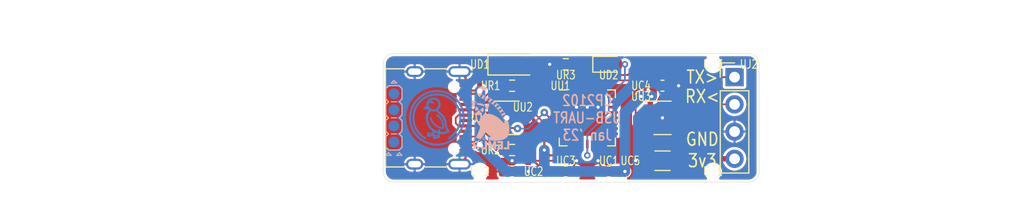
<source format=kicad_pcb>
(kicad_pcb (version 20221018) (generator pcbnew)
  (layers (0 "F.Cu" signal "Front") (31 "B.Cu" signal "Back") (34 "B.Paste" user) (35 "F.Paste" user) (36 "B.SilkS" user "B.Silkscreen") (37 "F.SilkS" user "F.Silkscreen") (38 "B.Mask" user) (39 "F.Mask" user) (44 "Edge.Cuts" user))
  (net 0 "")
  (net 1 "gnd")
  (net 2 "usb_chain_0.d_N")
  (net 3 "vusb")
  (net 4 "usb_chain_0.d_P")
  (net 5 "led.res.a")
  (net 6 "usbconv.nsuspend")
  (net 7 "usbconv.suspend")
  (net 8 "usbconv.uart.tx")
  (net 9 "usbconv.uart.rx")
  (net 10 "usbconv.rts")
  (net 11 "usbconv.ri")
  (net 12 "usbconv.ic.vdd")
  (net 13 "usbconv.dtr")
  (net 14 "usbconv.dsr")
  (net 15 "usbconv.dcd")
  (net 16 "usbconv.cts")
  (net 17 "usb_uart.conn.B5")
  (net 18 "usb_uart.conn.A5")
  (net 19 "v3v3")
  (footprint "Package_TO_SOT_SMD:SOT-23-5" (layer "F.Cu") (at 160 48)
    (fp_text reference "UU3" (at -2 -2) (layer "F.SilkS") (effects (font (size 0.8 0.6) (thickness 0.1))))
    (fp_text value "AP2204K-3.3 (Diodes Incorporated)")
    (pad "1" smd roundrect (at -1.1375 -0.95) (size 1.325 0.6) (layers "F.Cu" "F.Paste" "F.Mask") (net 3 "vusb"))
    (pad "2" smd roundrect (at -1.1375 0) (size 1.325 0.6) (layers "F.Cu" "F.Paste" "F.Mask") (net 1 "gnd"))
    (pad "3" smd roundrect (at -1.1375 0.95) (size 1.325 0.6) (layers "F.Cu" "F.Paste" "F.Mask") (net 3 "vusb"))
    (pad "4" smd roundrect (at 1.1375 0.95) (size 1.325 0.6) (layers "F.Cu" "F.Paste" "F.Mask"))
    (pad "5" smd roundrect (at 1.1375 -0.95) (size 1.325 0.6) (layers "F.Cu" "F.Paste" "F.Mask") (net 19 "v3v3"))
  )
  (footprint "Capacitor_SMD:C_0603_1608Metric" (layer "F.Cu") (at 160 45)
    (fp_text reference "UC4" (at -2 0) (layer "F.SilkS") (effects (font (size 0.8 0.6) (thickness 0.1))))
    (fp_text value "")
    (pad "1" smd roundrect (at -0.775 0) (size 0.9 0.95) (layers "F.Cu" "F.Paste" "F.Mask") (net 3 "vusb"))
    (pad "2" smd roundrect (at 0.775 0) (size 0.9 0.95) (layers "F.Cu" "F.Paste" "F.Mask") (net 1 "gnd"))
  )
  (footprint "Resistor_SMD:R_0603_1608Metric" (layer "F.Cu") (at 146 51 180)
    (fp_text reference "UR2" (at 2 0) (layer "F.SilkS") (effects (font (size 0.8 0.6) (thickness 0.1))))
    (fp_text value "")
    (pad "1" smd roundrect (at -0.825 0 180) (size 0.8 0.95) (layers "F.Cu" "F.Paste" "F.Mask") (net 1 "gnd"))
    (pad "2" smd roundrect (at 0.825 0 180) (size 0.8 0.95) (layers "F.Cu" "F.Paste" "F.Mask") (net 17 "usb_uart.conn.B5"))
  )
  (footprint "Connector_PinHeader_2.54mm:PinHeader_1x04_P2.54mm_Vertical" (layer "F.Cu") (at 166.707107 44.2)
    (fp_text reference "UJ2" (at 1.33 -1.2) (layer "F.SilkS") (effects (font (size 0.8 0.6) (thickness 0.1))))
    (fp_text value "PinHeader2.54 1x4 (Generic)")
    (pad "1" thru_hole rect (at 0 0) (size 1.7 1.7) (drill 1) (layers "*.Cu" "*.Mask") (net 8 "usbconv.uart.tx"))
    (pad "2" thru_hole oval (at 0 2.54) (size 1.7 1.7) (drill 1) (layers "*.Cu" "*.Mask") (net 9 "usbconv.uart.rx"))
    (pad "3" thru_hole oval (at 0 5.08) (size 1.7 1.7) (drill 1) (layers "*.Cu" "*.Mask") (net 1 "gnd"))
    (pad "4" thru_hole oval (at 0 7.62) (size 1.7 1.7) (drill 1) (layers "*.Cu" "*.Mask") (net 19 "v3v3"))
  )
  (footprint "edg:JlcToolingHole_1.152mm" (layer "F.Cu") (at 143 53)
    (fp_text reference "UH2" (at 0 0) (layer "F.SilkS") (effects (font (size 0.8 0.6) (thickness 0.1))))
    (fp_text value "")
    (pad "" np_thru_hole circle (at 0 0) (size 1.152 1.152) (drill 1.152) (layers "*.Cu" "*.Mask"))
  )
  (footprint "Resistor_SMD:R_0603_1608Metric" (layer "F.Cu") (at 146 45 180)
    (fp_text reference "UR1" (at 2 0) (layer "F.SilkS") (effects (font (size 0.8 0.6) (thickness 0.1))))
    (fp_text value "")
    (pad "1" smd roundrect (at -0.825 0 180) (size 0.8 0.95) (layers "F.Cu" "F.Paste" "F.Mask") (net 1 "gnd"))
    (pad "2" smd roundrect (at 0.825 0 180) (size 0.8 0.95) (layers "F.Cu" "F.Paste" "F.Mask") (net 18 "usb_uart.conn.A5"))
  )
  (footprint "LED_SMD:LED_0603_1608Metric" (layer "F.Cu") (at 155 43)
    (fp_text reference "UD2" (at 0 1) (layer "F.SilkS") (effects (font (size 0.8 0.6) (thickness 0.1))))
    (fp_text value "C2290 (Hubei KENTO Elec) - White 0603 Light Emitting Diodes (LED) RoHS")
    (pad "1" smd roundrect (at -0.7875 0) (size 0.875 0.95) (layers "F.Cu" "F.Paste" "F.Mask") (net 5 "led.res.a"))
    (pad "2" smd roundrect (at 0.7875 0) (size 0.875 0.95) (layers "F.Cu" "F.Paste" "F.Mask") (net 6 "usbconv.nsuspend"))
  )
  (footprint "Capacitor_SMD:C_0603_1608Metric" (layer "F.Cu") (at 146 53 180)
    (fp_text reference "UC2" (at -2 0) (layer "F.SilkS") (effects (font (size 0.8 0.6) (thickness 0.1))))
    (fp_text value "")
    (pad "1" smd roundrect (at -0.775 0 180) (size 0.9 0.95) (layers "F.Cu" "F.Paste" "F.Mask") (net 3 "vusb"))
    (pad "2" smd roundrect (at 0.775 0 180) (size 0.9 0.95) (layers "F.Cu" "F.Paste" "F.Mask") (net 1 "gnd"))
  )
  (footprint "Capacitor_SMD:C_0603_1608Metric" (layer "F.Cu") (at 155 53 180)
    (fp_text reference "UC1" (at 0 1) (layer "F.SilkS") (effects (font (size 0.8 0.6) (thickness 0.1))))
    (fp_text value "")
    (pad "1" smd roundrect (at -0.775 0 180) (size 0.9 0.95) (layers "F.Cu" "F.Paste" "F.Mask") (net 3 "vusb"))
    (pad "2" smd roundrect (at 0.775 0 180) (size 0.9 0.95) (layers "F.Cu" "F.Paste" "F.Mask") (net 1 "gnd"))
  )
  (footprint "edg:JlcToolingHole_1.152mm" (layer "F.Cu") (at 164.707107 43)
    (fp_text reference "UH3" (at 0 0) (layer "F.SilkS") (effects (font (size 0.8 0.6) (thickness 0.1))))
    (fp_text value "")
    (pad "" np_thru_hole circle (at 0 0) (size 1.152 1.152) (drill 1.152) (layers "*.Cu" "*.Mask"))
  )
  (footprint "Connector_USB:USB_C_Receptacle_XKB_U262-16XN-4BVC11" (layer "F.Cu") (at 138 48 -90)
    (fp_text reference "UJ1" (at 0 -5) (layer "F.SilkS") (effects (font (size 0.8 0.6) (thickness 0.1))))
    (fp_text value "COM-15111 (Sparkfun)")
    (pad "" np_thru_hole circle (at -2.89 -2.605 270) (size 0.65 0.65) (drill 0.65) (layers "*.Cu" "*.Mask"))
    (pad "" np_thru_hole circle (at 2.89 -2.605 270) (size 0.65 0.65) (drill 0.65) (layers "*.Cu" "*.Mask"))
    (pad "A1" smd rect (at -3.35 -3.67 270) (size 0.3 1.15) (layers "F.Cu" "F.Paste" "F.Mask") (net 1 "gnd"))
    (pad "A4" smd rect (at -2.55 -3.67 270) (size 0.3 1.15) (layers "F.Cu" "F.Paste" "F.Mask") (net 3 "vusb"))
    (pad "A5" smd rect (at -1.25 -3.67 270) (size 0.3 1.15) (layers "F.Cu" "F.Paste" "F.Mask") (net 18 "usb_uart.conn.A5"))
    (pad "A6" smd rect (at -0.25 -3.67 270) (size 0.3 1.15) (layers "F.Cu" "F.Paste" "F.Mask") (net 4 "usb_chain_0.d_P"))
    (pad "A7" smd rect (at 0.25 -3.67 270) (size 0.3 1.15) (layers "F.Cu" "F.Paste" "F.Mask") (net 2 "usb_chain_0.d_N"))
    (pad "A8" smd rect (at 1.25 -3.67 270) (size 0.3 1.15) (layers "F.Cu" "F.Paste" "F.Mask"))
    (pad "A9" smd rect (at 2.55 -3.67 270) (size 0.3 1.15) (layers "F.Cu" "F.Paste" "F.Mask") (net 3 "vusb"))
    (pad "A12" smd rect (at 3.35 -3.67 270) (size 0.3 1.15) (layers "F.Cu" "F.Paste" "F.Mask") (net 1 "gnd"))
    (pad "B1" smd rect (at 3.05 -3.67 270) (size 0.3 1.15) (layers "F.Cu" "F.Paste" "F.Mask") (net 1 "gnd"))
    (pad "B4" smd rect (at 2.25 -3.67 270) (size 0.3 1.15) (layers "F.Cu" "F.Paste" "F.Mask") (net 3 "vusb"))
    (pad "B5" smd rect (at 1.75 -3.67 270) (size 0.3 1.15) (layers "F.Cu" "F.Paste" "F.Mask") (net 17 "usb_uart.conn.B5"))
    (pad "B6" smd rect (at 0.75 -3.67 270) (size 0.3 1.15) (layers "F.Cu" "F.Paste" "F.Mask") (net 4 "usb_chain_0.d_P"))
    (pad "B7" smd rect (at -0.75 -3.67 270) (size 0.3 1.15) (layers "F.Cu" "F.Paste" "F.Mask") (net 2 "usb_chain_0.d_N"))
    (pad "B8" smd rect (at -1.75 -3.67 270) (size 0.3 1.15) (layers "F.Cu" "F.Paste" "F.Mask"))
    (pad "B9" smd rect (at -2.25 -3.67 270) (size 0.3 1.15) (layers "F.Cu" "F.Paste" "F.Mask") (net 3 "vusb"))
    (pad "B12" smd rect (at -3.05 -3.67 270) (size 0.3 1.15) (layers "F.Cu" "F.Paste" "F.Mask") (net 1 "gnd"))
    (pad "S1" thru_hole oval (at -4.32 -3.105 270) (size 1 2.1) (drill oval 0.6 1.7) (layers "*.Cu" "*.Mask") (net 1 "gnd"))
    (pad "S1" thru_hole oval (at -4.32 1.075 270) (size 1 1.6) (drill oval 0.6 1.2) (layers "*.Cu" "*.Mask") (net 1 "gnd"))
    (pad "S1" thru_hole oval (at 4.32 -3.105 270) (size 1 2.1) (drill oval 0.6 1.7) (layers "*.Cu" "*.Mask") (net 1 "gnd"))
    (pad "S1" thru_hole oval (at 4.32 1.075 270) (size 1 1.6) (drill oval 0.6 1.2) (layers "*.Cu" "*.Mask") (net 1 "gnd"))
  )
  (footprint "Package_DFN_QFN:QFN-28-1EP_5x5mm_P0.5mm_EP3.35x3.35mm" (layer "F.Cu") (at 153 48)
    (fp_text reference "UU1" (at -2.5 -3) (layer "F.SilkS") (effects (font (size 0.8 0.6) (thickness 0.1))))
    (fp_text value "CP2102 (Silicon Labs)")
    (pad "1" smd roundrect (at -2.45 -1.5) (size 0.8 0.25) (layers "F.Cu" "F.Paste" "F.Mask") (net 15 "usbconv.dcd"))
    (pad "2" smd roundrect (at -2.45 -1) (size 0.8 0.25) (layers "F.Cu" "F.Paste" "F.Mask") (net 11 "usbconv.ri"))
    (pad "3" smd roundrect (at -2.45 -0.5) (size 0.8 0.25) (layers "F.Cu" "F.Paste" "F.Mask") (net 1 "gnd"))
    (pad "4" smd roundrect (at -2.45 0) (size 0.8 0.25) (layers "F.Cu" "F.Paste" "F.Mask") (net 4 "usb_chain_0.d_P"))
    (pad "5" smd roundrect (at -2.45 0.5) (size 0.8 0.25) (layers "F.Cu" "F.Paste" "F.Mask") (net 2 "usb_chain_0.d_N"))
    (pad "6" smd roundrect (at -2.45 1) (size 0.8 0.25) (layers "F.Cu" "F.Paste" "F.Mask") (net 12 "usbconv.ic.vdd"))
    (pad "7" smd roundrect (at -2.45 1.5) (size 0.8 0.25) (layers "F.Cu" "F.Paste" "F.Mask") (net 3 "vusb"))
    (pad "8" smd roundrect (at -1.5 2.45) (size 0.25 0.8) (layers "F.Cu" "F.Paste" "F.Mask") (net 3 "vusb"))
    (pad "9" smd roundrect (at -1 2.45) (size 0.25 0.8) (layers "F.Cu" "F.Paste" "F.Mask") (net 12 "usbconv.ic.vdd"))
    (pad "10" smd roundrect (at -0.5 2.45) (size 0.25 0.8) (layers "F.Cu" "F.Paste" "F.Mask"))
    (pad "11" smd roundrect (at 0 2.45) (size 0.25 0.8) (layers "F.Cu" "F.Paste" "F.Mask") (net 6 "usbconv.nsuspend"))
    (pad "12" smd roundrect (at 0.5 2.45) (size 0.25 0.8) (layers "F.Cu" "F.Paste" "F.Mask") (net 7 "usbconv.suspend"))
    (pad "13" smd roundrect (at 1 2.45) (size 0.25 0.8) (layers "F.Cu" "F.Paste" "F.Mask"))
    (pad "14" smd roundrect (at 1.5 2.45) (size 0.25 0.8) (layers "F.Cu" "F.Paste" "F.Mask"))
    (pad "15" smd roundrect (at 2.45 1.5) (size 0.8 0.25) (layers "F.Cu" "F.Paste" "F.Mask"))
    (pad "16" smd roundrect (at 2.45 1) (size 0.8 0.25) (layers "F.Cu" "F.Paste" "F.Mask"))
    (pad "17" smd roundrect (at 2.45 0.5) (size 0.8 0.25) (layers "F.Cu" "F.Paste" "F.Mask"))
    (pad "18" smd roundrect (at 2.45 0) (size 0.8 0.25) (layers "F.Cu" "F.Paste" "F.Mask"))
    (pad "19" smd roundrect (at 2.45 -0.5) (size 0.8 0.25) (layers "F.Cu" "F.Paste" "F.Mask"))
    (pad "20" smd roundrect (at 2.45 -1) (size 0.8 0.25) (layers "F.Cu" "F.Paste" "F.Mask"))
    (pad "21" smd roundrect (at 2.45 -1.5) (size 0.8 0.25) (layers "F.Cu" "F.Paste" "F.Mask"))
    (pad "22" smd roundrect (at 1.5 -2.45) (size 0.25 0.8) (layers "F.Cu" "F.Paste" "F.Mask"))
    (pad "23" smd roundrect (at 1 -2.45) (size 0.25 0.8) (layers "F.Cu" "F.Paste" "F.Mask") (net 16 "usbconv.cts"))
    (pad "24" smd roundrect (at 0.5 -2.45) (size 0.25 0.8) (layers "F.Cu" "F.Paste" "F.Mask") (net 10 "usbconv.rts"))
    (pad "25" smd roundrect (at 0 -2.45) (size 0.25 0.8) (layers "F.Cu" "F.Paste" "F.Mask") (net 9 "usbconv.uart.rx"))
    (pad "26" smd roundrect (at -0.5 -2.45) (size 0.25 0.8) (layers "F.Cu" "F.Paste" "F.Mask") (net 8 "usbconv.uart.tx"))
    (pad "27" smd roundrect (at -1 -2.45) (size 0.25 0.8) (layers "F.Cu" "F.Paste" "F.Mask") (net 14 "usbconv.dsr"))
    (pad "28" smd roundrect (at -1.5 -2.45) (size 0.25 0.8) (layers "F.Cu" "F.Paste" "F.Mask") (net 13 "usbconv.dtr"))
    (pad "29" smd rect (at 0 0) (size 3.35 3.35) (layers "F.Cu" "F.Mask") (net 1 "gnd"))
  )
  (footprint "Capacitor_SMD:C_1206_3216Metric" (layer "F.Cu") (at 160 52 180)
    (fp_text reference "UC5" (at 3 0 180) (layer "F.SilkS") (effects (font (size 0.8 0.6) (thickness 0.1))))
    (fp_text value "")
    (pad "1" smd roundrect (at -1.475 0 180) (size 1.15 1.8) (layers "F.Cu" "F.Paste" "F.Mask") (roundrect_rratio 0.217391) (net 19 "v3v3"))
    (pad "2" smd roundrect (at 1.475 0 180) (size 1.15 1.8) (layers "F.Cu" "F.Paste" "F.Mask") (roundrect_rratio 0.217391) (net 1 "gnd"))
  )
  (footprint "Capacitor_SMD:C_0603_1608Metric" (layer "F.Cu") (at 151 53)
    (fp_text reference "UC3" (at 0 -1) (layer "F.SilkS") (effects (font (size 0.8 0.6) (thickness 0.1))))
    (fp_text value "")
    (pad "1" smd roundrect (at -0.775 0) (size 0.9 0.95) (layers "F.Cu" "F.Paste" "F.Mask") (net 12 "usbconv.ic.vdd"))
    (pad "2" smd roundrect (at 0.775 0) (size 0.9 0.95) (layers "F.Cu" "F.Paste" "F.Mask") (net 1 "gnd"))
  )
  (footprint "Resistor_SMD:R_0603_1608Metric" (layer "F.Cu") (at 151 43 180)
    (fp_text reference "UR3" (at 0 -1) (layer "F.SilkS") (effects (font (size 0.8 0.6) (thickness 0.1))))
    (fp_text value "")
    (pad "1" smd roundrect (at -0.825 0 180) (size 0.8 0.95) (layers "F.Cu" "F.Paste" "F.Mask") (net 5 "led.res.a"))
    (pad "2" smd roundrect (at 0.825 0 180) (size 0.8 0.95) (layers "F.Cu" "F.Paste" "F.Mask") (net 1 "gnd"))
  )
  (footprint "edg:JlcToolingHole_1.152mm" (layer "F.Cu") (at 164.707107 53)
    (fp_text reference "UH1" (at 0 0) (layer "F.SilkS") (effects (font (size 0.8 0.6) (thickness 0.1))))
    (fp_text value "")
    (pad "" np_thru_hole circle (at 0 0) (size 1.152 1.152) (drill 1.152) (layers "*.Cu" "*.Mask"))
  )
  (footprint "Diode_SMD:D_SOD-123" (layer "F.Cu") (at 146 43)
    (fp_text reference "UD1" (at -3 0) (layer "F.SilkS") (effects (font (size 0.8 0.6) (thickness 0.1))))
    (fp_text value "MMSZ5232A_R1_00001 (PANJIT International) - 5?A@3V 11? Single 5.49V~5.71V 500mW 5.6V SOD-123 Zener Diodes ROHS")
    (pad "1" smd rect (at -1.65 0) (size 0.9 1.2) (layers "F.Cu" "F.Paste" "F.Mask") (net 3 "vusb"))
    (pad "2" smd rect (at 1.65 0) (size 0.9 1.2) (layers "F.Cu" "F.Paste" "F.Mask") (net 1 "gnd"))
  )
  (footprint "Package_TO_SOT_SMD:SOT-23" (layer "F.Cu") (at 146 48)
    (fp_text reference "UU2" (at 1 -1) (layer "F.SilkS") (effects (font (size 0.8 0.6) (thickness 0.1))))
    (fp_text value "PGB102ST23 (Littelfuse)")
    (pad "1" smd roundrect (at -0.9375 -0.95) (size 1.475 0.6) (layers "F.Cu" "F.Paste" "F.Mask") (net 2 "usb_chain_0.d_N"))
    (pad "2" smd roundrect (at -0.9375 0.95) (size 1.475 0.6) (layers "F.Cu" "F.Paste" "F.Mask") (net 4 "usb_chain_0.d_P"))
    (pad "3" smd roundrect (at 0.9375 0) (size 1.475 0.6) (layers "F.Cu" "F.Paste" "F.Mask") (net 1 "gnd"))
  )
  (footprint "edg:Indicator_IdDots_4" (layer "B.Cu") (at 135 48 90)
    (fp_text reference "UU6" hide)
    (fp_text value "IdDots4")
    (fp_circle (center -2.25 0) (end -2 0) (stroke (width 0.5)) (fill none) (layer "B.Cu"))
    (fp_circle (center -0.75 0) (end -0.5 0) (stroke (width 0.5)) (fill none) (layer "B.Cu"))
    (fp_circle (center 0.75 0) (end 1 0) (stroke (width 0.5)) (fill none) (layer "B.Cu"))
    (fp_circle (center 2.25 0) (end 2.5 0) (stroke (width 0.5)) (fill none) (layer "B.Cu"))
  )
  (footprint "edg:Symbol_Duckling" (layer "B.Cu") (at 139 48 180)
    (fp_text reference "UU4" hide)
    (fp_text value "Duck" hide)
    (fp_line (start -1.072198 -1.25) (end -0.807277 -1.374087) (stroke (width 0.2)) (layer "B.Cu"))
    (fp_line (start -0.807277 -1.374087) (end -0.51095 -1.424715) (stroke (width 0.2)) (layer "B.Cu"))
    (fp_line (start -0.51095 -1.424715) (end -0.201673 -1.39873) (stroke (width 0.2)) (layer "B.Cu"))
    (fp_line (start -0.201673 -1.39873) (end 0.101295 -1.297751) (stroke (width 0.2)) (layer "B.Cu"))
    (fp_line (start -0.2 -1.39571) (end -0.212004 -1.146914) (stroke (width 0.2)) (layer "B.Cu"))
    (fp_line (start -0.150743 -1.768905) (end -0.2 -1.39571) (stroke (width 0.2)) (layer "B.Cu"))
    (fp_line (start 0.101295 -1.297751) (end 0.379085 -1.128065) (stroke (width 0.2)) (layer "B.Cu"))
    (fp_line (start 0.379085 -1.128065) (end 0.614398 -0.900241) (stroke (width 0.2)) (layer "B.Cu"))
    (fp_line (start 0.382558 -1.56145) (end 0.273702 -1.202597) (stroke (width 0.2)) (layer "B.Cu"))
    (fp_line (start 0.614398 -0.900241) (end 0.792579 -0.628467) (stroke (width 0.2)) (layer "B.Cu"))
    (fp_line (start 0.778054 0.54137) (end 0.59375 0.762861) (stroke (width 0.2)) (layer "B.Cu"))
    (fp_line (start 0.792579 -0.628467) (end 0.902531 -0.329667) (stroke (width 0.2)) (layer "B.Cu"))
    (fp_line (start 0.895035 0.27405) (end 0.778054 0.54137) (stroke (width 0.2)) (layer "B.Cu"))
    (fp_line (start 0.902531 -0.329667) (end 0.937407 -0.022451) (stroke (width 0.2)) (layer "B.Cu"))
    (fp_line (start 0.937407 -0.022451) (end 0.895035 0.27405) (stroke (width 0.2)) (layer "B.Cu"))
    (fp_arc (start -1.072198 -1.25) (mid -0.886856 -0.918958) (end -0.809364 -0.547562) (stroke (width 0.2)) (layer "B.Cu"))
    (fp_arc (start -0.573812 -0.957555) (mid 0.159981 -0.670103) (end 0.575946 -0.000734) (stroke (width 0.16)) (layer "B.Cu"))
    (fp_arc (start -0.303506 0.391461) (mid -0.661618 -0.021387) (end -0.809366 -0.547561) (stroke (width 0.2)) (layer "B.Cu"))
    (fp_arc (start -0.303506 0.391461) (mid -0.117368 0.560252) (end 0.03125 0.762861) (stroke (width 0.2)) (layer "B.Cu"))
    (fp_arc (start -0.213243 -1.768905) (mid 0.027927 -1.866421) (end 0.28661 -1.89391) (stroke (width 0.16)) (layer "B.Cu"))
    (fp_arc (start -0.013396 0.243068) (mid -0.465723 -0.276787) (end -0.573838 -0.957346) (stroke (width 0.16)) (layer "B.Cu"))
    (fp_arc (start 0.286757 -1.768905) (mid 0.224257 -1.831405) (end 0.286757 -1.893905) (stroke (width 0.16)) (layer "B.Cu"))
    (fp_arc (start 0.286757 -1.643905) (mid 0.02807 -1.671353) (end -0.213115 -1.768832) (stroke (width 0.16)) (layer "B.Cu"))
    (fp_arc (start 0.286757 -1.643905) (mid 0.224257 -1.706405) (end 0.286757 -1.768905) (stroke (width 0.16)) (layer "B.Cu"))
    (fp_arc (start 0.320058 -1.56145) (mid 0.561228 -1.658966) (end 0.819911 -1.686455) (stroke (width 0.16)) (layer "B.Cu"))
    (fp_arc (start 0.62074 1.407352) (mid 0.5 1.499999) (end 0.37926 1.407352) (stroke (width 0.16)) (layer "B.Cu"))
    (fp_arc (start 0.763205 0.913443) (mid 0.969127 0.866758) (end 1.178844 0.891296) (stroke (width 0.16)) (layer "B.Cu"))
    (fp_arc (start 0.820058 -1.56145) (mid 0.75756 -1.62395) (end 0.820058 -1.68645) (stroke (width 0.16)) (layer "B.Cu"))
    (fp_arc (start 0.820058 -1.43645) (mid 0.561371 -1.463897) (end 0.320186 -1.561377) (stroke (width 0.16)) (layer "B.Cu"))
    (fp_arc (start 0.820058 -1.43645) (mid 0.75756 -1.49895) (end 0.820058 -1.56145) (stroke (width 0.16)) (layer "B.Cu"))
    (fp_arc (start 0.869178 1.169286) (mid 1.000175 1.003685) (end 1.178836 0.891151) (stroke (width 0.16)) (layer "B.Cu"))
    (fp_arc (start 1.093749 -1.89443) (mid 0.000001 2.187499) (end -1.09375 -1.894429) (stroke (width 0.2)) (layer "B.Cu"))
    (fp_circle (center 0 0) (end 2.5 0) (stroke (width 0.2)) (fill none) (layer "B.Cu"))
    (fp_circle (center 0.3125 1.25) (end 0.875 1.25) (stroke (width 0.2)) (fill none) (layer "B.Cu"))
  )
  (footprint "edg:Symbol_LemurSmall" (layer "B.Cu") (at 144 48 180)
    (fp_text reference "UU5" hide)
    (fp_text value "Lemur" hide)
  )
  (gr_arc (start 134 43) (mid 134.292893 42.292893) (end 135 42) (stroke (width 0.0381)) (layer "Edge.Cuts"))
  (gr_arc (start 169 53) (mid 168.707107 53.707107) (end 168 54) (stroke (width 0.0381)) (layer "Edge.Cuts"))
  (gr_line (start 134 43) (end 134 53) (stroke (width 0.0381)) (layer "Edge.Cuts"))
  (gr_line (start 135 54) (end 168 54) (stroke (width 0.0381)) (layer "Edge.Cuts"))
  (gr_arc (start 168 42) (mid 168.707107 42.292893) (end 169 43) (stroke (width 0.0381)) (layer "Edge.Cuts"))
  (gr_line (start 168 42) (end 135 42) (stroke (width 0.0381)) (layer "Edge.Cuts"))
  (gr_line (start 169 53) (end 169 43) (stroke (width 0.0381)) (layer "Edge.Cuts"))
  (gr_arc (start 135 54) (mid 134.292893 53.707107) (end 134 53) (stroke (width 0.0381)) (layer "Edge.Cuts"))
  (gr_text "CP2102\nUSB-UART\nJan '23" (at 153 48) (layer "B.SilkS") (effects (font (size 1 0.8)) (justify mirror)))
  (gr_text "RX<" (at 163.707107 46) (layer "F.SilkS") (effects (font (size 1.2 1))))
  (gr_text "TX>" (at 163.707107 44.2) (layer "F.SilkS") (effects (font (size 1.2 1))))
  (gr_text "3v3" (at 163.707107 52) (layer "F.SilkS") (effects (font (size 1.2 1))))
  (gr_text "GND" (at 163.707107 50) (layer "F.SilkS") (effects (font (size 1.2 1))))
  (segment (start 141.67 51.35) (end 141.67 51.755) (width 0.2) (layer "F.Cu") (net 1))
  (segment (start 141.67 44.65) (end 141.67 44.245) (width 0.2) (layer "F.Cu") (net 1))
  (segment (start 146.9375 48) (end 145.5 48) (width 0.2) (layer "F.Cu") (net 1))
  (segment (start 141.67 51.755) (end 141.105 52.32) (width 0.2) (layer "F.Cu") (net 1))
  (segment (start 152.5 47.5) (end 153 48) (width 0.15) (layer "F.Cu") (net 1))
  (segment (start 150.55 47.5) (end 152.5 47.5) (width 0.15) (layer "F.Cu") (net 1))
  (segment (start 158.8625 48) (end 160 48) (width 0.16) (layer "F.Cu") (net 1))
  (segment (start 160.775 45) (end 161.5 45) (width 0.2) (layer "F.Cu") (net 1))
  (segment (start 158.525 52) (end 157.5 52) (width 0.2) (layer "F.Cu") (net 1))
  (segment (start 146.9375 48) (end 145.5 48) (width 0.2) (layer "F.Cu") (net 1))
  (segment (start 141.67 44.245) (end 141.105 43.68) (width 0.2) (layer "F.Cu") (net 1))
  (segment (start 150.175 43) (end 149.5 43) (width 0.16) (layer "F.Cu") (net 1))
  (via (at 161.5 45) (size 0.7) (drill 0.3) (layers "F.Cu" "B.Cu") (net 1))
  (via (at 154 47) (size 0.6) (drill 0.3) (layers "F.Cu" "B.Cu") (net 1))
  (via (at 153 47) (size 0.6) (drill 0.3) (layers "F.Cu" "B.Cu") (net 1))
  (via (at 157.5 52) (size 0.7) (drill 0.3) (layers "F.Cu" "B.Cu") (net 1))
  (via (at 160 48) (size 0.7) (drill 0.3) (layers "F.Cu" "B.Cu") (net 1))
  (via (at 152 52) (size 0.6) (drill 0.3) (layers "F.Cu" "B.Cu") (net 1))
  (via (at 149.5 43) (size 0.6) (drill 0.3) (layers "F.Cu" "B.Cu") (net 1))
  (via (at 146 52) (size 0.6) (drill 0.3) (layers "F.Cu" "B.Cu") (net 1))
  (via (at 145.5 48) (size 0.9) (drill 0.5) (layers "F.Cu" "B.Cu") (net 1))
  (via (at 154 52) (size 0.6) (drill 0.3) (layers "F.Cu" "B.Cu") (net 1))
  (via (at 152 47) (size 0.6) (drill 0.3) (layers "F.Cu" "B.Cu") (net 1))
  (segment (start 149 48.5) (end 150.55 48.5) (width 0.16) (layer "F.Cu") (net 2))
  (segment (start 142.5 47.25) (end 142.75 47.25) (width 0.16) (layer "F.Cu") (net 2))
  (segment (start 147.55 47.05) (end 149 48.5) (width 0.16) (layer "F.Cu") (net 2))
  (segment (start 142.75 47.25) (end 142.95 47.05) (width 0.2) (layer "F.Cu") (net 2))
  (segment (start 142.5 48) (end 142.25 48.25) (width 0.16) (layer "F.Cu") (net 2))
  (segment (start 141.67 48.25) (end 142.25 48.25) (width 0.16) (layer "F.Cu") (net 2))
  (segment (start 141.67 47.25) (end 142.75 47.25) (width 0.2) (layer "F.Cu") (net 2))
  (segment (start 145.0625 47.05) (end 147.55 47.05) (width 0.16) (layer "F.Cu") (net 2))
  (segment (start 142.95 47.05) (end 145.0625 47.05) (width 0.2) (layer "F.Cu") (net 2))
  (segment (start 142.5 48) (end 142.5 47.25) (width 0.16) (layer "F.Cu") (net 2))
  (segment (start 141.67 47.25) (end 142.5 47.25) (width 0.16) (layer "F.Cu") (net 2))
  (segment (start 151.5 51) (end 151.5 50.45) (width 0.2) (layer "F.Cu") (net 3))
  (segment (start 146.775 53) (end 147.5 53) (width 0.2) (layer "F.Cu") (net 3))
  (segment (start 143.5 43) (end 144.25 43) (width 0.5) (layer "F.Cu") (net 3))
  (segment (start 157.95 48.95) (end 157.5 48.5) (width 0.16) (layer "F.Cu") (net 3))
  (segment (start 158.8625 46.1375) (end 158.725 46) (width 0.5) (layer "F.Cu") (net 3))
  (segment (start 142.95 50.55) (end 143 50.5) (width 0.2) (layer "F.Cu") (net 3))
  (segment (start 150.55 49.5) (end 149.5 49.5) (width 0.2) (layer "F.Cu") (net 3))
  (segment (start 142.75 50.25) (end 143 50.5) (width 0.2) (layer "F.Cu") (net 3))
  (segment (start 141.67 45.45) (end 142.95 45.45) (width 0.2) (layer "F.Cu") (net 3))
  (segment (start 149.5 51.5) (end 151 51.5) (width 0.2) (layer "F.Cu") (net 3))
  (segment (start 149 50) (end 149 51) (width 0.2) (layer "F.Cu") (net 3))
  (segment (start 151 51.5) (end 151.5 51) (width 0.2) (layer "F.Cu") (net 3))
  (segment (start 158.8625 46.1375) (end 158.8625 47.05) (width 0.5) (layer "F.Cu") (net 3))
  (segment (start 158.8625 48.95) (end 157.95 48.95) (width 0.16) (layer "F.Cu") (net 3))
  (segment (start 159 46) (end 158.8625 46.1375) (width 0.5) (layer "F.Cu") (net 3))
  (segment (start 142.75 45.75) (end 143 45.5) (width 0.2) (layer "F.Cu") (net 3))
  (segment (start 149.5 49.5) (end 149 50) (width 0.2) (layer "F.Cu") (net 3))
  (segment (start 157.5 46.5) (end 157.5 48.5) (width 0.16) (layer "F.Cu") (net 3))
  (segment (start 143 43.5) (end 143.5 43) (width 0.5) (layer "F.Cu") (net 3))
  (segment (start 159.225 45.775) (end 159 46) (width 0.5) (layer "F.Cu") (net 3))
  (segment (start 141.67 50.55) (end 142.95 50.55) (width 0.2) (layer "F.Cu") (net 3))
  (segment (start 158.725 46) (end 158 46) (width 0.5) (layer "F.Cu") (net 3))
  (segment (start 141.67 50.25) (end 142.75 50.25) (width 0.2) (layer "F.Cu") (net 3))
  (segment (start 159.225 45) (end 159.225 45.775) (width 0.5) (layer "F.Cu") (net 3))
  (segment (start 158 46) (end 157.5 46.5) (width 0.16) (layer "F.Cu") (net 3))
  (segment (start 141.67 45.75) (end 142.75 45.75) (width 0.2) (layer "F.Cu") (net 3))
  (segment (start 156.5 53) (end 155.775 53) (width 0.2) (layer "F.Cu") (net 3))
  (segment (start 149 51) (end 149.5 51.5) (width 0.2) (layer "F.Cu") (net 3))
  (segment (start 142.95 45.45) (end 143 45.5) (width 0.2) (layer "F.Cu") (net 3))
  (segment (start 143 45.5) (end 143 43.5) (width 0.5) (layer "F.Cu") (net 3))
  (via (at 158 46) (size 0.7) (drill 0.3) (layers "F.Cu" "B.Cu") (net 3))
  (via (at 156.5 53) (size 0.7) (drill 0.3) (layers "F.Cu" "B.Cu") (net 3))
  (via (at 149 51) (size 0.7) (drill 0.3) (layers "F.Cu" "B.Cu") (net 3))
  (via (at 143 45.5) (size 0.9) (drill 0.5) (layers "F.Cu" "B.Cu") (net 3))
  (via (at 143 50.5) (size 0.9) (drill 0.5) (layers "F.Cu" "B.Cu") (net 3))
  (via (at 147.5 53) (size 0.7) (drill 0.3) (layers "F.Cu" "B.Cu") (net 3))
  (via (at 159 46) (size 0.7) (drill 0.3) (layers "F.Cu" "B.Cu") (net 3))
  (segment (start 149 53) (end 156 53) (width 0.2) (layer "B.Cu") (net 3))
  (segment (start 148 53) (end 149 53) (width 0.2) (layer "B.Cu") (net 3))
  (segment (start 156.5 53) (end 156.5 47.5) (width 1) (layer "B.Cu") (net 3))
  (segment (start 148 53) (end 156 53) (width 1) (layer "B.Cu") (net 3))
  (segment (start 143 45.5) (end 143 48) (width 1) (layer "B.Cu") (net 3))
  (segment (start 143 50.5) (end 145.5 53) (width 1) (layer "B.Cu") (net 3))
  (segment (start 149 51) (end 149 53) (width 1) (layer "B.Cu") (net 3))
  (segment (start 143 48) (end 143 50.5) (width 1) (layer "B.Cu") (net 3))
  (segment (start 156.5 53) (end 156 53) (width 1) (layer "B.Cu") (net 3))
  (segment (start 159 46) (end 158 46) (width 1) (layer "B.Cu") (net 3))
  (segment (start 156.5 47.5) (end 158 46) (width 1) (layer "B.Cu") (net 3))
  (segment (start 147.5 53) (end 148 53) (width 0.2) (layer "B.Cu") (net 3))
  (segment (start 145.5 53) (end 147.5 53) (width 1) (layer "B.Cu") (net 3))
  (segment (start 149.5 48) (end 149 47.5) (width 0.16) (layer "F.Cu") (net 4))
  (segment (start 142.75 48.75) (end 142.95 48.95) (width 0.2) (layer "F.Cu") (net 4))
  (segment (start 141 48.75) (end 140.75 48.5) (width 0.16) (layer "F.Cu") (net 4))
  (segment (start 150.55 48) (end 149.5 48) (width 0.16) (layer "F.Cu") (net 4))
  (segment (start 146.45 48.95) (end 145.0625 48.95) (width 0.16) (layer "F.Cu") (net 4))
  (segment (start 141.67 48.75) (end 141 48.75) (width 0.16) (layer "F.Cu") (net 4))
  (segment (start 141.67 47.75) (end 141 47.75) (width 0.16) (layer "F.Cu") (net 4))
  (segment (start 140.75 48.5) (end 140.75 48) (width 0.16) (layer "F.Cu") (net 4))
  (segment (start 141.67 48.75) (end 142.75 48.75) (width 0.2) (layer "F.Cu") (net 4))
  (segment (start 146.5 49) (end 146.45 48.95) (width 0.16) (layer "F.Cu") (net 4))
  (segment (start 142.95 48.95) (end 145.0625 48.95) (width 0.2) (layer "F.Cu") (net 4))
  (segment (start 140.75 48) (end 141 47.75) (width 0.16) (layer "F.Cu") (net 4))
  (via (at 146.5 49) (size 0.7) (drill 0.3) (layers "F.Cu" "B.Cu") (net 4))
  (via (at 149 47.5) (size 0.7) (drill 0.3) (layers "F.Cu" "B.Cu") (net 4))
  (segment (start 147.5 49) (end 146.5 49) (width 0.16) (layer "B.Cu") (net 4))
  (segment (start 149 47.5) (end 147.5 49) (width 0.16) (layer "B.Cu") (net 4))
  (segment (start 151.825 43) (end 154.2125 43) (width 0.16) (layer "F.Cu") (net 5))
  (segment (start 153 50.45) (end 153 51.5) (width 0.16) (layer "F.Cu") (net 6))
  (segment (start 155.7875 43) (end 156.5 43) (width 0.16) (layer "F.Cu") (net 6))
  (via (at 156.5 43) (size 0.6) (drill 0.3) (layers "F.Cu" "B.Cu") (net 6))
  (via (at 153 51.5) (size 0.6) (drill 0.3) (layers "F.Cu" "B.Cu") (net 6))
  (segment (start 155 47.5) (end 155 46) (width 0.16) (layer "B.Cu") (net 6))
  (segment (start 153 51.5) (end 153 49.5) (width 0.16) (layer "B.Cu") (net 6))
  (segment (start 153 49.5) (end 155 47.5) (width 0.16) (layer "B.Cu") (net 6))
  (segment (start 156.5 44.5) (end 156.5 43) (width 0.16) (layer "B.Cu") (net 6))
  (segment (start 155 46) (end 156.5 44.5) (width 0.16) (layer "B.Cu") (net 6))
  (segment (start 162 43) (end 163.2 44.2) (width 0.16) (layer "F.Cu") (net 8))
  (segment (start 157.75 43) (end 162 43) (width 0.16) (layer "F.Cu") (net 8))
  (segment (start 152.5 45.55) (end 152.5 44.5) (width 0.16) (layer "F.Cu") (net 8))
  (segment (start 163.2 44.2) (end 166.707107 44.2) (width 0.16) (layer "F.Cu") (net 8))
  (segment (start 152.5 44.5) (end 153 44) (width 0.16) (layer "F.Cu") (net 8))
  (segment (start 156.75 44) (end 157.75 43) (width 0.16) (layer "F.Cu") (net 8))
  (segment (start 153 44) (end 156.75 44) (width 0.16) (layer "F.Cu") (net 8))
  (segment (start 157 44.5) (end 153.5 44.5) (width 0.16) (layer "F.Cu") (net 9))
  (segment (start 153 45) (end 153 45.55) (width 0.16) (layer "F.Cu") (net 9))
  (segment (start 158 43.5) (end 161.5 43.5) (width 0.16) (layer "F.Cu") (net 9))
  (segment (start 153.5 44.5) (end 153 45) (width 0.16) (layer "F.Cu") (net 9))
  (segment (start 164.74 46.74) (end 166.707107 46.74) (width 0.16) (layer "F.Cu") (net 9))
  (segment (start 158 43.5) (end 157 44.5) (width 0.16) (layer "F.Cu") (net 9))
  (segment (start 161.5 43.5) (end 164.74 46.74) (width 0.16) (layer "F.Cu") (net 9))
  (segment (start 148 52) (end 149 53) (width 0.2) (layer "F.Cu") (net 12))
  (segment (start 148 50) (end 148 52) (width 0.2) (layer "F.Cu") (net 12))
  (segment (start 149 53) (end 150.225 53) (width 0.2) (layer "F.Cu") (net 12))
  (segment (start 149 49) (end 148 50) (width 0.2) (layer "F.Cu") (net 12))
  (segment (start 151 52) (end 148 52) (width 0.16) (layer "F.Cu") (net 12))
  (segment (start 152 50.45) (end 152 51) (width 0.16) (layer "F.Cu") (net 12))
  (segment (start 152 51) (end 151 52) (width 0.16) (layer "F.Cu") (net 12))
  (segment (start 150.55 49) (end 149 49) (width 0.2) (layer "F.Cu") (net 12))
  (segment (start 141.67 49.75) (end 143.25 49.75) (width 0.16) (layer "F.Cu") (net 17))
  (segment (start 144.5 51) (end 145.175 51) (width 0.16) (layer "F.Cu") (net 17))
  (segment (start 143.25 49.75) (end 144.5 51) (width 0.16) (layer "F.Cu") (net 17))
  (segment (start 142.75 46.75) (end 144.5 45) (width 0.16) (layer "F.Cu") (net 18))
  (segment (start 144.5 45) (end 145.175 45) (width 0.16) (layer "F.Cu") (net 18))
  (segment (start 141.67 46.75) (end 142.75 46.75) (width 0.16) (layer "F.Cu") (net 18))
  (segment (start 164 52) (end 164.18 51.82) (width 0.5) (layer "F.Cu") (net 19))
  (segment (start 163 48) (end 162.05 47.05) (width 0.5) (layer "F.Cu") (net 19))
  (segment (start 163 52) (end 163 48) (width 0.5) (layer "F.Cu") (net 19))
  (segment (start 164.18 51.82) (end 166.707107 51.82) (width 0.5) (layer "F.Cu") (net 19))
  (segment (start 163 52) (end 164 52) (width 0.5) (layer "F.Cu") (net 19))
  (segment (start 162.05 47.05) (end 161.1375 47.05) (width 0.5) (layer "F.Cu") (net 19))
  (segment (start 161.475 52) (end 163 52) (width 0.5) (layer "F.Cu") (net 19))
  (zone (net 1) (net_name "gnd") (layers "F&B.Cu") (connect_pads (clearance 0.254)) (min_thickness 0.2) (fill yes (thermal_gap 0.2) (thermal_bridge_width 0.2))
    (polygon (pts (xy 170 55) (xy 133 55) (xy 133 41) (xy 170 41)))
  )
)
</source>
